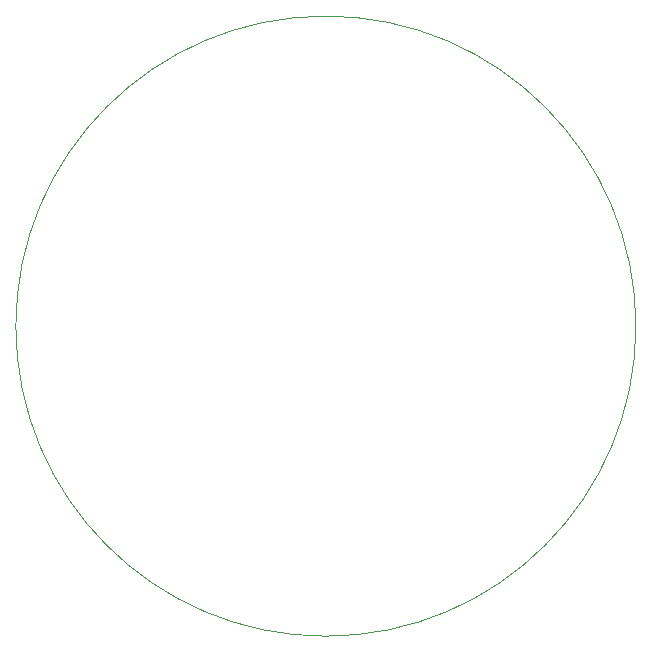
<source format=gbr>
G04 #@! TF.GenerationSoftware,KiCad,Pcbnew,(5.1.4)-1*
G04 #@! TF.CreationDate,2019-10-08T18:00:11-06:00*
G04 #@! TF.ProjectId,Gateway02,47617465-7761-4793-9032-2e6b69636164,rev?*
G04 #@! TF.SameCoordinates,Original*
G04 #@! TF.FileFunction,Profile,NP*
%FSLAX46Y46*%
G04 Gerber Fmt 4.6, Leading zero omitted, Abs format (unit mm)*
G04 Created by KiCad (PCBNEW (5.1.4)-1) date 2019-10-08 18:00:11*
%MOMM*%
%LPD*%
G04 APERTURE LIST*
%ADD10C,0.050000*%
G04 APERTURE END LIST*
D10*
X120102000Y-97250000D02*
G75*
G03X120102000Y-97250000I-26250000J0D01*
G01*
M02*

</source>
